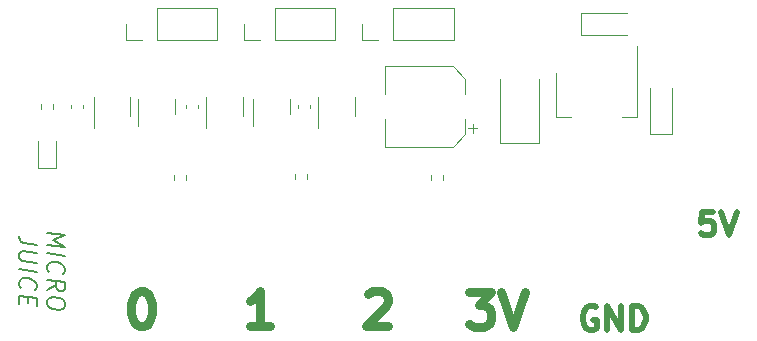
<source format=gto>
G04 #@! TF.GenerationSoftware,KiCad,Pcbnew,(6.0.5)*
G04 #@! TF.CreationDate,2022-06-23T18:32:15+02:00*
G04 #@! TF.ProjectId,microjuice,6d696372-6f6a-4756-9963-652e6b696361,rev?*
G04 #@! TF.SameCoordinates,Original*
G04 #@! TF.FileFunction,Legend,Top*
G04 #@! TF.FilePolarity,Positive*
%FSLAX46Y46*%
G04 Gerber Fmt 4.6, Leading zero omitted, Abs format (unit mm)*
G04 Created by KiCad (PCBNEW (6.0.5)) date 2022-06-23 18:32:15*
%MOMM*%
%LPD*%
G01*
G04 APERTURE LIST*
%ADD10C,0.750000*%
%ADD11C,0.500000*%
%ADD12C,0.150000*%
%ADD13C,0.120000*%
G04 APERTURE END LIST*
D10*
X101857142Y-125107142D02*
X102142857Y-125107142D01*
X102428571Y-125250000D01*
X102571428Y-125392857D01*
X102714285Y-125678571D01*
X102857142Y-126250000D01*
X102857142Y-126964285D01*
X102714285Y-127535714D01*
X102571428Y-127821428D01*
X102428571Y-127964285D01*
X102142857Y-128107142D01*
X101857142Y-128107142D01*
X101571428Y-127964285D01*
X101428571Y-127821428D01*
X101285714Y-127535714D01*
X101142857Y-126964285D01*
X101142857Y-126250000D01*
X101285714Y-125678571D01*
X101428571Y-125392857D01*
X101571428Y-125250000D01*
X101857142Y-125107142D01*
D11*
X140476190Y-126500000D02*
X140285714Y-126404761D01*
X140000000Y-126404761D01*
X139714285Y-126500000D01*
X139523809Y-126690476D01*
X139428571Y-126880952D01*
X139333333Y-127261904D01*
X139333333Y-127547619D01*
X139428571Y-127928571D01*
X139523809Y-128119047D01*
X139714285Y-128309523D01*
X140000000Y-128404761D01*
X140190476Y-128404761D01*
X140476190Y-128309523D01*
X140571428Y-128214285D01*
X140571428Y-127547619D01*
X140190476Y-127547619D01*
X141428571Y-128404761D02*
X141428571Y-126404761D01*
X142571428Y-128404761D01*
X142571428Y-126404761D01*
X143523809Y-128404761D02*
X143523809Y-126404761D01*
X144000000Y-126404761D01*
X144285714Y-126500000D01*
X144476190Y-126690476D01*
X144571428Y-126880952D01*
X144666666Y-127261904D01*
X144666666Y-127547619D01*
X144571428Y-127928571D01*
X144476190Y-128119047D01*
X144285714Y-128309523D01*
X144000000Y-128404761D01*
X143523809Y-128404761D01*
D10*
X112857142Y-128107142D02*
X111142857Y-128107142D01*
X112000000Y-128107142D02*
X112000000Y-125107142D01*
X111714285Y-125535714D01*
X111428571Y-125821428D01*
X111142857Y-125964285D01*
X121142857Y-125392857D02*
X121285714Y-125250000D01*
X121571428Y-125107142D01*
X122285714Y-125107142D01*
X122571428Y-125250000D01*
X122714285Y-125392857D01*
X122857142Y-125678571D01*
X122857142Y-125964285D01*
X122714285Y-126392857D01*
X121000000Y-128107142D01*
X122857142Y-128107142D01*
D11*
X150369047Y-118404761D02*
X149416666Y-118404761D01*
X149321428Y-119357142D01*
X149416666Y-119261904D01*
X149607142Y-119166666D01*
X150083333Y-119166666D01*
X150273809Y-119261904D01*
X150369047Y-119357142D01*
X150464285Y-119547619D01*
X150464285Y-120023809D01*
X150369047Y-120214285D01*
X150273809Y-120309523D01*
X150083333Y-120404761D01*
X149607142Y-120404761D01*
X149416666Y-120309523D01*
X149321428Y-120214285D01*
X151035714Y-118404761D02*
X151702380Y-120404761D01*
X152369047Y-118404761D01*
D12*
X94028928Y-120215133D02*
X95528928Y-120402633D01*
X94457500Y-120768705D01*
X95528928Y-121402633D01*
X94028928Y-121215133D01*
X94028928Y-121929419D02*
X95528928Y-122116919D01*
X94171785Y-123518705D02*
X94100357Y-123438348D01*
X94028928Y-123215133D01*
X94028928Y-123072276D01*
X94100357Y-122866919D01*
X94243214Y-122741919D01*
X94386071Y-122688348D01*
X94671785Y-122652633D01*
X94886071Y-122679419D01*
X95171785Y-122786562D01*
X95314642Y-122875848D01*
X95457500Y-123036562D01*
X95528928Y-123259776D01*
X95528928Y-123402633D01*
X95457500Y-123607991D01*
X95386071Y-123670491D01*
X94028928Y-125000848D02*
X94743214Y-124590133D01*
X94028928Y-124143705D02*
X95528928Y-124331205D01*
X95528928Y-124902633D01*
X95457500Y-125036562D01*
X95386071Y-125099062D01*
X95243214Y-125152633D01*
X95028928Y-125125848D01*
X94886071Y-125036562D01*
X94814642Y-124956205D01*
X94743214Y-124804419D01*
X94743214Y-124232991D01*
X95528928Y-126116919D02*
X95528928Y-126402633D01*
X95457500Y-126536562D01*
X95314642Y-126661562D01*
X95028928Y-126697276D01*
X94528928Y-126634776D01*
X94243214Y-126527633D01*
X94100357Y-126366919D01*
X94028928Y-126215133D01*
X94028928Y-125929419D01*
X94100357Y-125795491D01*
X94243214Y-125670491D01*
X94528928Y-125634776D01*
X95028928Y-125697276D01*
X95314642Y-125804419D01*
X95457500Y-125965133D01*
X95528928Y-126116919D01*
X93113928Y-121188348D02*
X92042500Y-121054419D01*
X91828214Y-120956205D01*
X91685357Y-120795491D01*
X91613928Y-120572276D01*
X91613928Y-120429419D01*
X93113928Y-121902633D02*
X91899642Y-121750848D01*
X91756785Y-121804419D01*
X91685357Y-121866919D01*
X91613928Y-122000848D01*
X91613928Y-122286562D01*
X91685357Y-122438348D01*
X91756785Y-122518705D01*
X91899642Y-122607991D01*
X93113928Y-122759776D01*
X91613928Y-123286562D02*
X93113928Y-123474062D01*
X91756785Y-124875848D02*
X91685357Y-124795491D01*
X91613928Y-124572276D01*
X91613928Y-124429419D01*
X91685357Y-124224062D01*
X91828214Y-124099062D01*
X91971071Y-124045491D01*
X92256785Y-124009776D01*
X92471071Y-124036562D01*
X92756785Y-124143705D01*
X92899642Y-124232991D01*
X93042500Y-124393705D01*
X93113928Y-124616919D01*
X93113928Y-124759776D01*
X93042500Y-124965133D01*
X92971071Y-125027633D01*
X92399642Y-125599062D02*
X92399642Y-126099062D01*
X91613928Y-126215133D02*
X91613928Y-125500848D01*
X93113928Y-125688348D01*
X93113928Y-126402633D01*
D10*
X129714285Y-125157142D02*
X131571428Y-125157142D01*
X130571428Y-126300000D01*
X131000000Y-126300000D01*
X131285714Y-126442857D01*
X131428571Y-126585714D01*
X131571428Y-126871428D01*
X131571428Y-127585714D01*
X131428571Y-127871428D01*
X131285714Y-128014285D01*
X131000000Y-128157142D01*
X130142857Y-128157142D01*
X129857142Y-128014285D01*
X129714285Y-127871428D01*
X132428571Y-125157142D02*
X133428571Y-128157142D01*
X134428571Y-125157142D01*
D13*
G04 #@! TO.C,R2*
X116022500Y-115662258D02*
X116022500Y-115187742D01*
X114977500Y-115662258D02*
X114977500Y-115187742D01*
G04 #@! TO.C,D3*
X114560000Y-109500000D02*
X114560000Y-108850000D01*
X111440000Y-109500000D02*
X111440000Y-111175000D01*
X114560000Y-109500000D02*
X114560000Y-110150000D01*
X111440000Y-109500000D02*
X111440000Y-108850000D01*
G04 #@! TO.C,U4*
X120060000Y-109500000D02*
X120060000Y-108700000D01*
X116940000Y-109500000D02*
X116940000Y-111300000D01*
X120060000Y-109500000D02*
X120060000Y-110300000D01*
X116940000Y-109500000D02*
X116940000Y-108700000D01*
G04 #@! TO.C,C1*
X128345563Y-112910000D02*
X122590000Y-112910000D01*
X122590000Y-112910000D02*
X122590000Y-110560000D01*
X129410000Y-111845563D02*
X129410000Y-110560000D01*
X130437500Y-111347500D02*
X129650000Y-111347500D01*
X129410000Y-107154437D02*
X128345563Y-106090000D01*
X129410000Y-107154437D02*
X129410000Y-108440000D01*
X122590000Y-106090000D02*
X122590000Y-108440000D01*
X130043750Y-111741250D02*
X130043750Y-110953750D01*
X129410000Y-111845563D02*
X128345563Y-112910000D01*
X128345563Y-106090000D02*
X122590000Y-106090000D01*
G04 #@! TO.C,D2*
X101690000Y-109500000D02*
X101690000Y-111175000D01*
X104810000Y-109500000D02*
X104810000Y-110150000D01*
X104810000Y-109500000D02*
X104810000Y-108850000D01*
X101690000Y-109500000D02*
X101690000Y-108850000D01*
G04 #@! TO.C,D1*
X132350000Y-112600000D02*
X132350000Y-107200000D01*
X135650000Y-112600000D02*
X135650000Y-107200000D01*
X132350000Y-112600000D02*
X135650000Y-112600000D01*
G04 #@! TO.C,C4*
X95990000Y-109640580D02*
X95990000Y-109359420D01*
X97010000Y-109640580D02*
X97010000Y-109359420D01*
G04 #@! TO.C,C5*
X116260000Y-109640580D02*
X116260000Y-109359420D01*
X115240000Y-109640580D02*
X115240000Y-109359420D01*
G04 #@! TO.C,C3*
X105740000Y-109640580D02*
X105740000Y-109359420D01*
X106760000Y-109640580D02*
X106760000Y-109359420D01*
G04 #@! TO.C,J5*
X122000000Y-103830000D02*
X120670000Y-103830000D01*
X120670000Y-103830000D02*
X120670000Y-102500000D01*
X128410000Y-103830000D02*
X128410000Y-101170000D01*
X123270000Y-101170000D02*
X128410000Y-101170000D01*
X123270000Y-103830000D02*
X128410000Y-103830000D01*
X123270000Y-103830000D02*
X123270000Y-101170000D01*
G04 #@! TO.C,C6*
X145065000Y-107900000D02*
X145065000Y-111810000D01*
X146935000Y-111810000D02*
X146935000Y-107900000D01*
X145065000Y-111810000D02*
X146935000Y-111810000D01*
G04 #@! TO.C,U3*
X110610000Y-109500000D02*
X110610000Y-110300000D01*
X110610000Y-109500000D02*
X110610000Y-108700000D01*
X107490000Y-109500000D02*
X107490000Y-111300000D01*
X107490000Y-109500000D02*
X107490000Y-108700000D01*
G04 #@! TO.C,C2*
X139190000Y-101565000D02*
X139190000Y-103435000D01*
X139190000Y-103435000D02*
X143100000Y-103435000D01*
X143100000Y-101565000D02*
X139190000Y-101565000D01*
G04 #@! TO.C,J4*
X113270000Y-101170000D02*
X118410000Y-101170000D01*
X110670000Y-103830000D02*
X110670000Y-102500000D01*
X113270000Y-103830000D02*
X118410000Y-103830000D01*
X112000000Y-103830000D02*
X110670000Y-103830000D01*
X118410000Y-103830000D02*
X118410000Y-101170000D01*
X113270000Y-103830000D02*
X113270000Y-101170000D01*
G04 #@! TO.C,R1*
X105772500Y-115737258D02*
X105772500Y-115262742D01*
X104727500Y-115737258D02*
X104727500Y-115262742D01*
G04 #@! TO.C,U1*
X143910000Y-110410000D02*
X142650000Y-110410000D01*
X137090000Y-110410000D02*
X138350000Y-110410000D01*
X143910000Y-104400000D02*
X143910000Y-110410000D01*
X137090000Y-106650000D02*
X137090000Y-110410000D01*
G04 #@! TO.C,U2*
X101060000Y-109500000D02*
X101060000Y-108700000D01*
X97940000Y-109500000D02*
X97940000Y-108700000D01*
X101060000Y-109500000D02*
X101060000Y-110300000D01*
X97940000Y-109500000D02*
X97940000Y-111300000D01*
G04 #@! TO.C,R4*
X93477500Y-109262742D02*
X93477500Y-109737258D01*
X94522500Y-109262742D02*
X94522500Y-109737258D01*
G04 #@! TO.C,D4*
X94735000Y-114735000D02*
X94735000Y-112450000D01*
X93265000Y-114735000D02*
X94735000Y-114735000D01*
X93265000Y-112450000D02*
X93265000Y-114735000D01*
G04 #@! TO.C,J3*
X102000000Y-103830000D02*
X100670000Y-103830000D01*
X103270000Y-103830000D02*
X108410000Y-103830000D01*
X103270000Y-101170000D02*
X108410000Y-101170000D01*
X108410000Y-103830000D02*
X108410000Y-101170000D01*
X103270000Y-103830000D02*
X103270000Y-101170000D01*
X100670000Y-103830000D02*
X100670000Y-102500000D01*
G04 #@! TO.C,R3*
X126477500Y-115737258D02*
X126477500Y-115262742D01*
X127522500Y-115737258D02*
X127522500Y-115262742D01*
G04 #@! TD*
M02*

</source>
